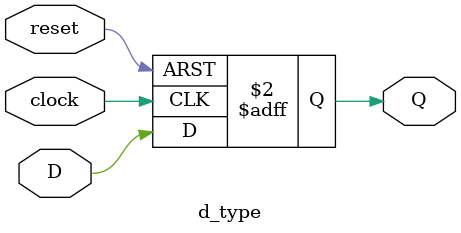
<source format=v>
`timescale 1ns / 1ps
module d_type(
input clock,
input reset,
input D,
output reg Q
);

always @(posedge clock or posedge reset)
begin
	if(reset)
		begin
			Q <= 0;
		end
	else
		begin
			Q <= D;
		end
end
endmodule
</source>
